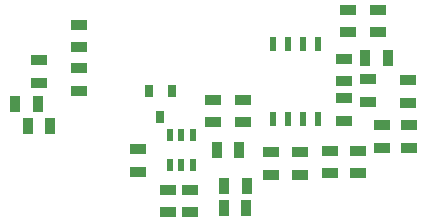
<source format=gbr>
%TF.GenerationSoftware,KiCad,Pcbnew,6.0.11+dfsg-1~bpo11+1*%
%TF.CreationDate,2023-04-12T13:16:58+00:00*%
%TF.ProjectId,PCRD01,50435244-3031-42e6-9b69-6361645f7063,01A*%
%TF.SameCoordinates,Original*%
%TF.FileFunction,Paste,Bot*%
%TF.FilePolarity,Positive*%
%FSLAX46Y46*%
G04 Gerber Fmt 4.6, Leading zero omitted, Abs format (unit mm)*
G04 Created by KiCad (PCBNEW 6.0.11+dfsg-1~bpo11+1) date 2023-04-12 13:16:58*
%MOMM*%
%LPD*%
G01*
G04 APERTURE LIST*
%ADD10R,1.397000X0.889000*%
%ADD11R,0.889000X1.397000*%
%ADD12R,0.508000X1.143000*%
%ADD13R,0.500000X1.000760*%
%ADD14R,0.501040X1.000760*%
%ADD15R,0.800100X1.000760*%
G04 APERTURE END LIST*
D10*
%TO.C,C1*%
X147570000Y-85184500D03*
X147570000Y-87089500D03*
%TD*%
%TO.C,C2*%
X156968000Y-95471500D03*
X156968000Y-97376500D03*
%TD*%
%TO.C,C3*%
X158873000Y-89756500D03*
X158873000Y-87851500D03*
%TD*%
%TO.C,C5*%
X172843000Y-82136500D03*
X172843000Y-80231500D03*
%TD*%
%TO.C,C6*%
X170303000Y-82136500D03*
X170303000Y-80231500D03*
%TD*%
D11*
%TO.C,C10*%
X159800100Y-97008200D03*
X161705100Y-97008200D03*
%TD*%
D10*
%TO.C,C12*%
X175510000Y-91915500D03*
X175510000Y-90010500D03*
%TD*%
D11*
%TO.C,C14*%
X171763500Y-84308200D03*
X173668500Y-84308200D03*
%TD*%
D10*
%TO.C,R1*%
X147570000Y-83406500D03*
X147570000Y-81501500D03*
%TD*%
D11*
%TO.C,R2*%
X144064800Y-88169000D03*
X142159800Y-88169000D03*
%TD*%
D10*
%TO.C,R5*%
X163826000Y-94201500D03*
X163826000Y-92296500D03*
%TD*%
%TO.C,R6*%
X171192000Y-94074500D03*
X171192000Y-92169500D03*
%TD*%
%TO.C,R7*%
X166239000Y-94201500D03*
X166239000Y-92296500D03*
%TD*%
%TO.C,R8*%
X173224000Y-91915500D03*
X173224000Y-90010500D03*
%TD*%
%TO.C,R9*%
X169972800Y-89604100D03*
X169972800Y-87699100D03*
%TD*%
%TO.C,R11*%
X175357600Y-86200500D03*
X175357600Y-88105500D03*
%TD*%
%TO.C,C11*%
X168779000Y-94074500D03*
X168779000Y-92169500D03*
%TD*%
%TO.C,C9*%
X161413000Y-89756500D03*
X161413000Y-87851500D03*
%TD*%
D11*
%TO.C,C8*%
X161095500Y-92106000D03*
X159190500Y-92106000D03*
%TD*%
D10*
%TO.C,C13*%
X169972800Y-86251300D03*
X169972800Y-84346300D03*
%TD*%
%TO.C,R10*%
X172004800Y-88003900D03*
X172004800Y-86098900D03*
%TD*%
D11*
%TO.C,C7*%
X159825500Y-95154000D03*
X161730500Y-95154000D03*
%TD*%
D12*
%TO.C,U2*%
X167763000Y-89439000D03*
X166493000Y-89439000D03*
X165223000Y-89439000D03*
X163953000Y-89439000D03*
X163953000Y-83089000D03*
X165223000Y-83089000D03*
X166493000Y-83089000D03*
X167763000Y-83089000D03*
%TD*%
D13*
%TO.C,U1*%
X157158500Y-93376000D03*
X156206000Y-93376000D03*
X155253500Y-93376000D03*
D14*
X155253500Y-90836000D03*
D13*
X156206000Y-90836000D03*
X157158500Y-90836000D03*
%TD*%
D10*
%TO.C,R3*%
X155063000Y-97376500D03*
X155063000Y-95471500D03*
%TD*%
D15*
%TO.C,Q1*%
X153475500Y-87069180D03*
X155380500Y-87069180D03*
X154428000Y-89268820D03*
%TD*%
D10*
%TO.C,R4*%
X152523000Y-93947500D03*
X152523000Y-92042500D03*
%TD*%
D11*
%TO.C,R12*%
X145093500Y-90074000D03*
X143188500Y-90074000D03*
%TD*%
D10*
%TO.C,C15*%
X144115600Y-86416400D03*
X144115600Y-84511400D03*
%TD*%
M02*

</source>
